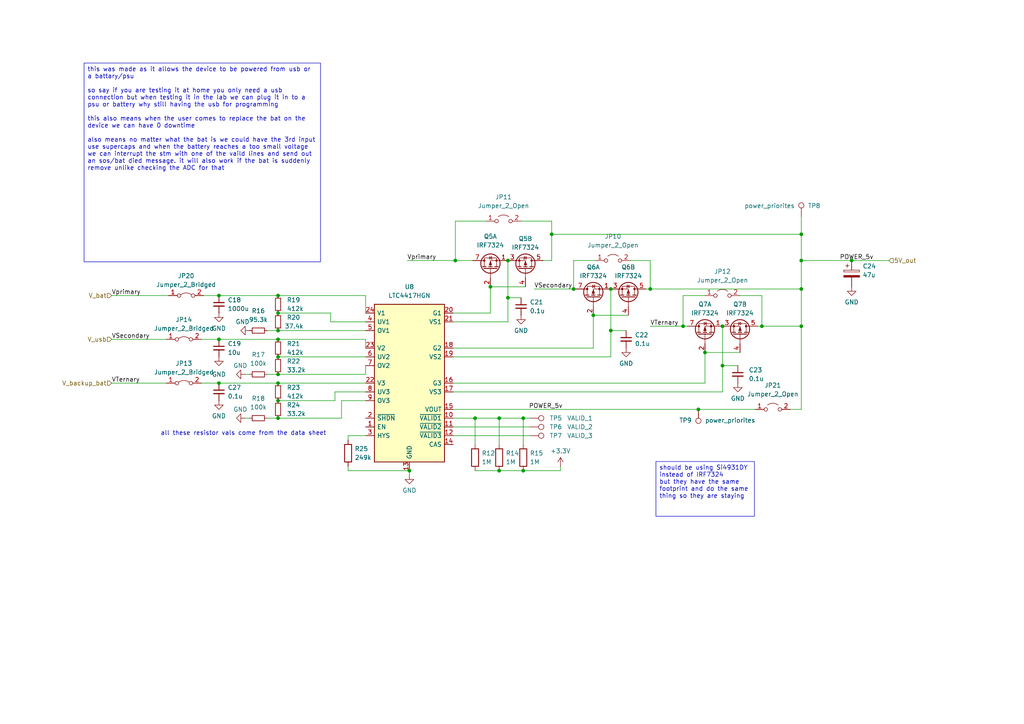
<source format=kicad_sch>
(kicad_sch (version 20231120) (generator "eeschema") (generator_version "8.0")
  (paper "A4")
  (lib_symbols
    (symbol "Connector:TestPoint" (pin_numbers hide) (pin_names (offset 0.762) hide)
      (property "Reference" "TP" (at 0 6.858 0))
      (property "Value" "TestPoint" (at 0 5.08 0))
      (symbol "TestPoint_0_1"
        (circle (center 0 3.302) (radius 0.762))
      )
      (symbol "TestPoint_1_1"
        (pin passive line (at 0 0 90) (length 2.54) (name "1") (number "1"))
      )
    )
    (symbol "Device:C_Polarized" (pin_numbers hide) (pin_names (offset 0.254))
      (property "Reference" "C" (at 0.635 2.54 0))
      (property "Value" "C_Polarized" (at 0.635 -2.54 0))
      (symbol "C_Polarized_0_1"
        (rectangle (start -2.286 0.508) (end 2.286 1.016))
        (polyline (pts (xy -1.778 2.286) (xy -0.762 2.286)))
        (polyline (pts (xy -1.27 2.794) (xy -1.27 1.778)))
        (rectangle (start 2.286 -0.508) (end -2.286 -1.016) (fill (type outline)))
      )
      (symbol "C_Polarized_1_1"
        (pin passive line (at 0 3.81 270) (length 2.794) (name "~") (number "1"))
        (pin passive line (at 0 -3.81 90) (length 2.794) (name "~") (number "2"))
      )
    )
    (symbol "Device:C_Small" (pin_numbers hide) (pin_names (offset 0.254) hide)
      (property "Reference" "C" (at 0.254 1.778 0))
      (property "Value" "C_Small" (at 0.254 -2.032 0))
      (symbol "C_Small_0_1"
        (polyline (pts (xy -1.524 -0.508) (xy 1.524 -0.508)) (stroke (width 0.3302)))
        (polyline (pts (xy -1.524 0.508) (xy 1.524 0.508)) (stroke (width 0.3048)))
      )
      (symbol "C_Small_1_1"
        (pin passive line (at 0 2.54 270) (length 2.032) (name "~") (number "1"))
        (pin passive line (at 0 -2.54 90) (length 2.032) (name "~") (number "2"))
      )
    )
    (symbol "Device:R" (pin_numbers hide) (pin_names (offset 0))
      (property "Reference" "R" (at 2.032 0 90))
      (property "Value" "R" (at 0 0 90))
      (symbol "R_0_1"
        (rectangle (start -1.016 -2.54) (end 1.016 2.54) (stroke (width 0.254)))
      )
      (symbol "R_1_1"
        (pin passive line (at 0 3.81 270) (length 1.27) (name "~") (number "1"))
        (pin passive line (at 0 -3.81 90) (length 1.27) (name "~") (number "2"))
      )
    )
    (symbol "Device:R_Small" (pin_numbers hide) (pin_names (offset 0.254) hide)
      (property "Reference" "R" (at 0.762 0.508 0))
      (property "Value" "R_Small" (at 0.762 -1.016 0))
      (symbol "R_Small_0_1"
        (rectangle (start -0.762 1.778) (end 0.762 -1.778) (stroke (width 0.2032)))
      )
      (symbol "R_Small_1_1"
        (pin passive line (at 0 2.54 270) (length 0.762) (name "~") (number "1"))
        (pin passive line (at 0 -2.54 90) (length 0.762) (name "~") (number "2"))
      )
    )
    (symbol "GND_1" (power) (pin_numbers hide) (pin_names (offset 0) hide)
      (property "Value" "GND" (at 0 -3.81 0))
      (symbol "GND_1_0_1"
        (polyline (pts (xy 0 0) (xy 0 -1.27) (xy 1.27 -1.27) (xy 0 -2.54) (xy -1.27 -1.27) (xy 0 -1.27)))
      )
      (symbol "GND_1_1_1"
        (pin power_in line (at 0 0 270) (length 0) (name "~") (number "1"))
      )
    )
    (symbol "GND_3" (power) (pin_numbers hide) (pin_names (offset 0) hide)
      (property "Value" "GND" (at 0 -3.81 0))
      (symbol "GND_3_0_1"
        (polyline (pts (xy 0 0) (xy 0 -1.27) (xy 1.27 -1.27) (xy 0 -2.54) (xy -1.27 -1.27) (xy 0 -1.27)))
      )
      (symbol "GND_3_1_1"
        (pin power_in line (at 0 0 270) (length 0) (name "~") (number "1"))
      )
    )
    (symbol "Jumper:Jumper_2_Bridged" (pin_names (offset 0) hide)
      (property "Reference" "JP" (at 0 1.905 0))
      (property "Value" "Jumper_2_Bridged" (at 0 -2.54 0))
      (symbol "Jumper_2_Bridged_0_0"
        (circle (center -2.032 0) (radius 0.508))
        (circle (center 2.032 0) (radius 0.508))
      )
      (symbol "Jumper_2_Bridged_0_1"
        (arc (start 1.524 0.254) (mid 0 0.762) (end -1.524 0.254))
      )
      (symbol "Jumper_2_Bridged_1_1"
        (pin passive line (at -5.08 0 0) (length 2.54) (name "A") (number "1"))
        (pin passive line (at 5.08 0 180) (length 2.54) (name "B") (number "2"))
      )
    )
    (symbol "Jumper:Jumper_2_Open" (pin_names (offset 0) hide)
      (property "Reference" "JP" (at 0 2.794 0))
      (property "Value" "Jumper_2_Open" (at 0 -2.286 0))
      (symbol "Jumper_2_Open_0_0"
        (circle (center -2.032 0) (radius 0.508))
        (circle (center 2.032 0) (radius 0.508))
      )
      (symbol "Jumper_2_Open_0_1"
        (arc (start 1.524 1.27) (mid 0 1.778) (end -1.524 1.27))
      )
      (symbol "Jumper_2_Open_1_1"
        (pin passive line (at -5.08 0 0) (length 2.54) (name "A") (number "1"))
        (pin passive line (at 5.08 0 180) (length 2.54) (name "B") (number "2"))
      )
    )
    (symbol "Power_Management:LTC4417HGN" (pin_names (offset 0.762))
      (property "Reference" "U" (at 0 26.035 0))
      (property "Value" "LTC4417HGN" (at 0 24.13 0))
      (symbol "LTC4417HGN_0_1"
        (rectangle (start -10.16 22.86) (end 10.16 -22.86) (stroke (width 0.254)) (fill (type background)))
      )
      (symbol "LTC4417HGN_1_1"
        (pin input line (at -12.7 -12.7 0) (length 2.54) (name "EN") (number "1"))
        (pin open_collector line (at 12.7 -10.16 180) (length 2.54) (name "~{VALID1}") (number "10"))
        (pin open_collector line (at 12.7 -12.7 180) (length 2.54) (name "~{VALID2}") (number "11"))
        (pin open_collector line (at 12.7 -15.24 180) (length 2.54) (name "~{VALID3}") (number "12"))
        (pin power_in line (at 0 -25.4 90) (length 2.54) (name "GND") (number "13"))
        (pin output line (at 12.7 -17.78 180) (length 2.54) (name "CAS") (number "14"))
        (pin output line (at 12.7 -7.62 180) (length 2.54) (name "VOUT") (number "15"))
        (pin output line (at 12.7 0 180) (length 2.54) (name "G3") (number "16"))
        (pin output line (at 12.7 -2.54 180) (length 2.54) (name "VS3") (number "17"))
        (pin output line (at 12.7 10.16 180) (length 2.54) (name "G2") (number "18"))
        (pin output line (at 12.7 7.62 180) (length 2.54) (name "VS2") (number "19"))
        (pin input line (at -12.7 -10.16 0) (length 2.54) (name "~{SHDN}") (number "2"))
        (pin output line (at 12.7 20.32 180) (length 2.54) (name "G1") (number "20"))
        (pin output line (at 12.7 17.78 180) (length 2.54) (name "VS1") (number "21"))
        (pin input line (at -12.7 0 0) (length 2.54) (name "V3") (number "22"))
        (pin input line (at -12.7 10.16 0) (length 2.54) (name "V2") (number "23"))
        (pin input line (at -12.7 20.32 0) (length 2.54) (name "V1") (number "24"))
        (pin input line (at -12.7 -15.24 0) (length 2.54) (name "HYS") (number "3"))
        (pin input line (at -12.7 17.78 0) (length 2.54) (name "UV1") (number "4"))
        (pin input line (at -12.7 15.24 0) (length 2.54) (name "OV1") (number "5"))
        (pin input line (at -12.7 7.62 0) (length 2.54) (name "UV2") (number "6"))
        (pin input line (at -12.7 5.08 0) (length 2.54) (name "OV2") (number "7"))
        (pin input line (at -12.7 -2.54 0) (length 2.54) (name "UV3") (number "8"))
        (pin input line (at -12.7 -5.08 0) (length 2.54) (name "OV3") (number "9"))
      )
    )
    (symbol "Transistor_FET:IRF7324" (pin_names hide)
      (property "Reference" "Q" (at 5.08 1.905 0))
      (property "Value" "IRF7324" (at 5.08 0 0))
      (symbol "IRF7324_0_1"
        (polyline (pts (xy 0.254 0) (xy -2.54 0)))
        (polyline (pts (xy 0.254 1.905) (xy 0.254 -1.905)) (stroke (width 0.254)))
        (polyline (pts (xy 0.762 -1.27) (xy 0.762 -2.286)) (stroke (width 0.254)))
        (polyline (pts (xy 0.762 0.508) (xy 0.762 -0.508)) (stroke (width 0.254)))
        (polyline (pts (xy 0.762 2.286) (xy 0.762 1.27)) (stroke (width 0.254)))
        (polyline (pts (xy 2.54 2.54) (xy 2.54 1.778)))
        (polyline (pts (xy 2.54 -2.54) (xy 2.54 0) (xy 0.762 0)))
        (polyline (pts (xy 0.762 1.778) (xy 3.302 1.778) (xy 3.302 -1.778) (xy 0.762 -1.778)))
        (polyline (pts (xy 2.286 0) (xy 1.27 0.381) (xy 1.27 -0.381) (xy 2.286 0)) (fill (type outline)))
        (polyline (pts (xy 2.794 -0.508) (xy 2.921 -0.381) (xy 3.683 -0.381) (xy 3.81 -0.254)))
        (polyline (pts (xy 3.302 -0.381) (xy 2.921 0.254) (xy 3.683 0.254) (xy 3.302 -0.381)))
        (circle (center 1.651 0) (radius 2.794) (stroke (width 0.254)))
        (circle (center 2.54 -1.778) (radius 0.254) (fill (type outline)))
        (circle (center 2.54 1.778) (radius 0.254) (fill (type outline)))
      )
      (symbol "IRF7324_1_1"
        (pin passive line (at 2.54 -5.08 90) (length 2.54) (name "S1") (number "1"))
        (pin input line (at -5.08 0 0) (length 2.54) (name "G1") (number "2"))
        (pin passive line (at 2.54 5.08 270) (length 2.54) (name "D1") (number "7"))
        (pin passive line (at 2.54 5.08 270) (length 2.54) hide (name "D1") (number "8"))
      )
      (symbol "IRF7324_2_1"
        (pin passive line (at 2.54 -5.08 90) (length 2.54) (name "S2") (number "3"))
        (pin input line (at -5.08 0 0) (length 2.54) (name "G2") (number "4"))
        (pin passive line (at 2.54 5.08 270) (length 2.54) (name "D2") (number "5"))
        (pin passive line (at 2.54 5.08 270) (length 2.54) hide (name "D2") (number "6"))
      )
    )
    (symbol "power:+3.3V" (power) (pin_numbers hide) (pin_names (offset 0) hide)
      (property "Value" "+3.3V" (at 0 3.556 0))
      (symbol "+3.3V_0_1"
        (polyline (pts (xy -0.762 1.27) (xy 0 2.54)))
        (polyline (pts (xy 0 0) (xy 0 2.54)))
        (polyline (pts (xy 0 2.54) (xy 0.762 1.27)))
      )
      (symbol "+3.3V_1_1"
        (pin power_in line (at 0 0 90) (length 0) (name "~") (number "1"))
      )
    )
  )
  (junction (at 80.645 98.425))
  (junction (at 147.32 86.36))
  (junction (at 160.02 67.945))
  (junction (at 232.41 75.565))
  (junction (at 232.41 83.82))
  (junction (at 177.165 83.82))
  (junction (at 63.5 111.125))
  (junction (at 80.645 121.285))
  (junction (at 151.765 121.285))
  (junction (at 177.165 95.885))
  (junction (at 232.41 67.945))
  (junction (at 172.085 91.44))
  (junction (at 80.645 95.885))
  (junction (at 151.765 136.525))
  (junction (at 80.645 111.125))
  (junction (at 209.55 94.615))
  (junction (at 247.015 75.565))
  (junction (at 118.745 136.525))
  (junction (at 144.78 136.525))
  (junction (at 80.645 116.205))
  (junction (at 144.78 121.285))
  (junction (at 80.645 108.585))
  (junction (at 202.565 118.745))
  (junction (at 80.645 103.505))
  (junction (at 198.12 94.615))
  (junction (at 204.47 102.235))
  (junction (at 188.595 83.82))
  (junction (at 232.41 94.615))
  (junction (at 137.795 121.285))
  (junction (at 209.55 106.045))
  (junction (at 132.08 75.565))
  (junction (at 63.5 98.425))
  (junction (at 220.98 94.615))
  (junction (at 142.24 83.185))
  (junction (at 63.5 85.725))
  (junction (at 147.32 75.565))
  (junction (at 80.645 90.805))
  (junction (at 80.645 85.725))
  (junction (at 166.37 83.82))
  (wire (pts (xy 177.165 95.885) (xy 181.61 95.885)))
  (wire (pts (xy 97.155 113.665) (xy 106.045 113.665)))
  (wire (pts (xy 95.885 93.345) (xy 106.045 93.345)))
  (wire (pts (xy 198.12 94.615) (xy 199.39 94.615)))
  (wire (pts (xy 188.595 75.565) (xy 188.595 83.82)))
  (wire (pts (xy 131.445 126.365) (xy 153.67 126.365)))
  (wire (pts (xy 188.595 94.615) (xy 198.12 94.615)))
  (wire (pts (xy 32.385 111.125) (xy 48.26 111.125)))
  (wire (pts (xy 80.645 108.585) (xy 106.045 108.585)))
  (wire (pts (xy 131.445 121.285) (xy 137.795 121.285)))
  (wire (pts (xy 132.08 75.565) (xy 132.08 64.135)))
  (wire (pts (xy 97.155 116.205) (xy 97.155 113.665)))
  (wire (pts (xy 77.47 95.885) (xy 80.645 95.885)))
  (wire (pts (xy 106.045 106.045) (xy 106.045 108.585)))
  (wire (pts (xy 131.445 118.745) (xy 202.565 118.745)))
  (wire (pts (xy 182.245 91.44) (xy 172.085 91.44)))
  (wire (pts (xy 58.42 98.425) (xy 63.5 98.425)))
  (wire (pts (xy 188.595 83.82) (xy 232.41 83.82)))
  (wire (pts (xy 63.5 85.725) (xy 80.645 85.725)))
  (wire (pts (xy 232.41 67.945) (xy 232.41 75.565)))
  (wire (pts (xy 147.32 86.36) (xy 147.32 75.565)))
  (wire (pts (xy 202.565 118.745) (xy 219.075 118.745)))
  (wire (pts (xy 63.5 111.125) (xy 80.645 111.125)))
  (wire (pts (xy 151.765 136.525) (xy 162.56 136.525)))
  (wire (pts (xy 144.78 136.525) (xy 151.765 136.525)))
  (wire (pts (xy 131.445 93.345) (xy 147.32 93.345)))
  (wire (pts (xy 198.12 85.725) (xy 204.47 85.725)))
  (wire (pts (xy 144.78 121.285) (xy 151.765 121.285)))
  (wire (pts (xy 232.41 83.82) (xy 232.41 94.615)))
  (wire (pts (xy 118.745 137.795) (xy 118.745 136.525)))
  (wire (pts (xy 80.645 90.805) (xy 95.885 90.805)))
  (wire (pts (xy 144.78 121.285) (xy 144.78 128.905)))
  (wire (pts (xy 166.37 75.565) (xy 172.72 75.565)))
  (wire (pts (xy 157.48 75.565) (xy 160.02 75.565)))
  (wire (pts (xy 99.06 116.205) (xy 106.045 116.205)))
  (wire (pts (xy 80.645 111.125) (xy 106.045 111.125)))
  (wire (pts (xy 220.98 85.725) (xy 220.98 94.615)))
  (wire (pts (xy 80.645 85.725) (xy 106.045 85.725)))
  (wire (pts (xy 80.645 121.285) (xy 99.06 121.285)))
  (wire (pts (xy 209.55 113.665) (xy 209.55 106.045)))
  (wire (pts (xy 80.645 95.885) (xy 106.045 95.885)))
  (wire (pts (xy 204.47 111.125) (xy 131.445 111.125)))
  (wire (pts (xy 214.63 85.725) (xy 220.98 85.725)))
  (wire (pts (xy 95.885 90.805) (xy 95.885 93.345)))
  (wire (pts (xy 204.47 102.235) (xy 214.63 102.235)))
  (wire (pts (xy 131.445 113.665) (xy 209.55 113.665)))
  (wire (pts (xy 77.47 121.285) (xy 80.645 121.285)))
  (wire (pts (xy 232.41 75.565) (xy 232.41 83.82)))
  (wire (pts (xy 209.55 106.045) (xy 209.55 94.615)))
  (wire (pts (xy 32.385 98.425) (xy 48.26 98.425)))
  (wire (pts (xy 100.965 136.525) (xy 118.745 136.525)))
  (wire (pts (xy 204.47 102.235) (xy 204.47 111.125)))
  (wire (pts (xy 142.24 90.805) (xy 142.24 83.185)))
  (wire (pts (xy 187.325 83.82) (xy 188.595 83.82)))
  (wire (pts (xy 72.39 121.285) (xy 71.12 121.285)))
  (wire (pts (xy 100.965 126.365) (xy 100.965 127.635)))
  (wire (pts (xy 32.385 85.725) (xy 48.895 85.725)))
  (wire (pts (xy 166.37 83.82) (xy 167.005 83.82)))
  (wire (pts (xy 147.32 93.345) (xy 147.32 86.36)))
  (wire (pts (xy 151.13 64.135) (xy 160.02 64.135)))
  (wire (pts (xy 177.165 95.885) (xy 177.165 103.505)))
  (wire (pts (xy 177.165 103.505) (xy 131.445 103.505)))
  (wire (pts (xy 132.08 75.565) (xy 137.16 75.565)))
  (wire (pts (xy 59.055 85.725) (xy 63.5 85.725)))
  (wire (pts (xy 72.39 108.585) (xy 71.12 108.585)))
  (wire (pts (xy 118.11 75.565) (xy 132.08 75.565)))
  (wire (pts (xy 77.47 108.585) (xy 80.645 108.585)))
  (wire (pts (xy 219.71 94.615) (xy 220.98 94.615)))
  (wire (pts (xy 63.5 98.425) (xy 80.645 98.425)))
  (wire (pts (xy 137.795 121.285) (xy 137.795 128.905)))
  (wire (pts (xy 131.445 123.825) (xy 153.67 123.825)))
  (wire (pts (xy 151.765 121.285) (xy 153.67 121.285)))
  (wire (pts (xy 147.32 86.36) (xy 151.13 86.36)))
  (wire (pts (xy 160.02 67.945) (xy 232.41 67.945)))
  (wire (pts (xy 99.06 121.285) (xy 99.06 116.205)))
  (wire (pts (xy 172.085 91.44) (xy 172.085 100.965)))
  (wire (pts (xy 232.41 75.565) (xy 247.015 75.565)))
  (wire (pts (xy 154.94 83.82) (xy 166.37 83.82)))
  (wire (pts (xy 232.41 94.615) (xy 232.41 118.745)))
  (wire (pts (xy 142.24 83.185) (xy 152.4 83.185)))
  (wire (pts (xy 232.41 62.865) (xy 232.41 67.945)))
  (wire (pts (xy 177.165 83.82) (xy 177.165 95.885)))
  (wire (pts (xy 220.98 94.615) (xy 232.41 94.615)))
  (wire (pts (xy 106.045 126.365) (xy 100.965 126.365)))
  (wire (pts (xy 209.55 106.045) (xy 213.995 106.045)))
  (wire (pts (xy 198.12 94.615) (xy 198.12 85.725)))
  (wire (pts (xy 106.045 85.725) (xy 106.045 90.805)))
  (wire (pts (xy 159.385 67.945) (xy 160.02 67.945)))
  (wire (pts (xy 247.015 75.565) (xy 257.81 75.565)))
  (wire (pts (xy 131.445 90.805) (xy 142.24 90.805)))
  (wire (pts (xy 132.08 64.135) (xy 140.97 64.135)))
  (wire (pts (xy 182.88 75.565) (xy 188.595 75.565)))
  (wire (pts (xy 80.645 103.505) (xy 106.045 103.505)))
  (wire (pts (xy 229.235 118.745) (xy 232.41 118.745)))
  (wire (pts (xy 131.445 100.965) (xy 172.085 100.965)))
  (wire (pts (xy 58.42 111.125) (xy 63.5 111.125)))
  (wire (pts (xy 151.765 121.285) (xy 151.765 128.905)))
  (wire (pts (xy 137.795 136.525) (xy 144.78 136.525)))
  (wire (pts (xy 137.795 121.285) (xy 144.78 121.285)))
  (wire (pts (xy 80.645 116.205) (xy 97.155 116.205)))
  (wire (pts (xy 160.02 67.945) (xy 160.02 75.565)))
  (wire (pts (xy 100.965 135.255) (xy 100.965 136.525)))
  (wire (pts (xy 160.02 64.135) (xy 160.02 67.945)))
  (wire (pts (xy 106.045 98.425) (xy 106.045 100.965)))
  (wire (pts (xy 80.645 98.425) (xy 106.045 98.425)))
  (wire (pts (xy 166.37 83.82) (xy 166.37 75.565)))
  (wire (pts (xy 162.56 136.525) (xy 162.56 135.255)))
  (text_box "should be using Si4931DY instead of IRF7324\nbut they have the same footprint and do the same thing so they are staying\n" (at 190.246 133.858 0) (size 28.575 15.875) (effects (font (size 1.27 1.27)) (justify left top)))
  (text_box "this was made as it allows the device to be powered from usb or a battary/psu \n\nso say if you are testing it at home you only need a usb connection but when testing it in the lab we can plug it in to a psu or battery why still having the usb for programming\n\nthis also means when the user comes to replace the bat on the device we can have 0 downtime\n\nalso means no matter what the bat is we could have the 3rd input use supercaps and when the battery reaches a too small voltage we can interrupt the stm with one of the vaild lines and send out an sos/bat died message. it will also work if the bat is suddenly remove unlike checking the ADC for that\n" (at 24.384 18.288 0) (size 68.58 57.658) (effects (font (size 1.27 1.27)) (justify left top)))
  (text "all these resistor vals come from the data sheet\n" (at 70.612 125.73 0) (effects (font (size 1.27 1.27))))
  (label "VSecondary" (at 154.94 83.82 0))
  (label "POWER_5v" (at 163.195 118.745 180))
  (label "Vprimary" (at 32.385 85.725 0))
  (label "VTernary" (at 32.385 111.125 0))
  (label "VTernary" (at 188.595 94.615 0))
  (label "POWER_5v" (at 253.365 75.565 180))
  (label "Vprimary" (at 118.11 75.565 0))
  (label "VSecondary" (at 32.385 98.425 0))
  (hierarchical_label "V_backup_bat" (shape input) (at 32.385 111.125 180))
  (hierarchical_label "V_bat" (shape input) (at 32.385 85.725 180))
  (hierarchical_label "5V_out" (shape input) (at 257.81 75.565 0))
  (hierarchical_label "V_usb" (shape input) (at 32.385 98.425 180))
  (symbol (lib_name "GND_3") (lib_id "power:GND") (at 71.12 108.585 270) (unit 1)
    (property "Reference" "#PWR017" (effects (hide yes)))
    (property "Value" "GND" (at 71.755 106.045 90) (effects (justify right)))
    (property "Description" "Power symbol creates a global label with name \"GND\" , ground" (effects (hide yes)))
  )
  (symbol (lib_id "Device:R") (at 144.78 132.715 0) (unit 1)
    (property "Reference" "R14" (at 146.685 131.4449 0) (effects (justify left)))
    (property "Value" "1M" (at 146.685 133.9849 0) (effects (justify left)))
    (property "Footprint" "Resistor_SMD:R_0805_2012Metric" (effects (hide yes)))
    (property "Description" "Resistor" (effects (hide yes)))
  )
  (symbol (lib_name "GND_3") (lib_id "power:GND") (at 71.12 121.285 270) (unit 1)
    (property "Reference" "#PWR018" (effects (hide yes)))
    (property "Value" "GND" (at 71.755 118.745 90) (effects (justify right)))
    (property "Description" "Power symbol creates a global label with name \"GND\" , ground" (effects (hide yes)))
  )
  (symbol (lib_id "Device:R_Small") (at 80.645 106.045 0) (unit 1)
    (property "Reference" "R22" (at 83.185 104.7749 0) (effects (justify left)))
    (property "Value" "33.2k" (at 83.185 107.3149 0) (effects (justify left)))
    (property "Footprint" "Resistor_SMD:R_0805_2012Metric" (effects (hide yes)))
    (property "Description" "Resistor, small symbol" (effects (hide yes)))
  )
  (symbol (lib_name "GND_1") (lib_id "power:GND") (at 247.015 83.185 0) (unit 1)
    (property "Reference" "#PWR0102" (effects (hide yes)))
    (property "Value" "GND" (at 247.015 87.63 0))
    (property "Description" "Power symbol creates a global label with name \"GND\" , ground" (effects (hide yes)))
  )
  (symbol (lib_id "Transistor_FET:IRF7324") (at 182.245 86.36 270) (mirror x) (unit 2)
    (property "Reference" "Q6" (at 182.245 77.47 90))
    (property "Value" "IRF7324" (at 182.245 80.01 90))
    (property "Footprint" "Package_SO:SOIC-8_3.9x4.9mm_P1.27mm" (effects (hide yes)))
    (property "Datasheet" "http://www.infineon.com/dgdl/irf7324pbf.pdf?fileId=5546d462533600a4015355f5f0861b4b" (effects (hide yes)))
    (property "Description" "-9A Id, -20V Vds, Dual HEXFET P-Channel MOSFET, SO-8" (effects (hide yes)))
  )
  (symbol (lib_id "Device:R_Small") (at 80.645 100.965 0) (unit 1)
    (property "Reference" "R21" (at 83.185 99.6949 0) (effects (justify left)))
    (property "Value" "412k" (at 83.185 102.2349 0) (effects (justify left)))
    (property "Footprint" "Resistor_SMD:R_0805_2012Metric" (effects (hide yes)))
    (property "Description" "Resistor, small symbol" (effects (hide yes)))
  )
  (symbol (lib_name "GND_1") (lib_id "power:GND") (at 118.745 137.795 0) (unit 1)
    (property "Reference" "#PWR097" (effects (hide yes)))
    (property "Value" "GND" (at 118.745 142.24 0))
    (property "Description" "Power symbol creates a global label with name \"GND\" , ground" (effects (hide yes)))
  )
  (symbol (lib_id "Device:C_Polarized") (at 247.015 79.375 0) (unit 1)
    (property "Reference" "C24" (at 250.19 77.2159 0) (effects (justify left)))
    (property "Value" "47u" (at 250.19 79.7559 0) (effects (justify left)))
    (property "Footprint" "Capacitor_SMD:C_0805_2012Metric" (effects (hide yes)))
    (property "Description" "Polarized capacitor" (effects (hide yes)))
  )
  (symbol (lib_name "GND_3") (lib_id "power:GND") (at 63.5 103.505 0) (unit 1)
    (property "Reference" "#PWR0105" (effects (hide yes)))
    (property "Value" "GND" (at 63.5 108.585 0))
    (property "Description" "Power symbol creates a global label with name \"GND\" , ground" (effects (hide yes)))
  )
  (symbol (lib_id "Connector:TestPoint") (at 153.67 123.825 270) (unit 1)
    (property "Reference" "TP6" (at 159.385 123.825 90) (effects (justify left)))
    (property "Value" "VALID_2" (at 164.465 123.825 90) (effects (justify left)))
    (property "Footprint" "TerminalBlock:TerminalBlock_Altech_AK300-2_P5.00mm" (effects (hide yes)))
    (property "Description" "test point" (effects (hide yes)))
  )
  (symbol (lib_id "Device:R_Small") (at 80.645 113.665 0) (unit 1)
    (property "Reference" "R23" (at 83.185 112.3949 0) (effects (justify left)))
    (property "Value" "412k" (at 83.185 114.9349 0) (effects (justify left)))
    (property "Footprint" "Resistor_SMD:R_0805_2012Metric" (effects (hide yes)))
    (property "Description" "Resistor, small symbol" (effects (hide yes)))
  )
  (symbol (lib_id "Connector:TestPoint") (at 202.565 118.745 180) (unit 1)
    (property "Reference" "TP9" (at 200.66 121.92 0) (effects (justify left)))
    (property "Value" "power_priorites" (at 219.075 121.92 0) (effects (justify left)))
    (property "Footprint" "TerminalBlock:TerminalBlock_Altech_AK300-2_P5.00mm" (effects (hide yes)))
    (property "Description" "test point" (effects (hide yes)))
  )
  (symbol (lib_id "Device:R_Small") (at 74.93 108.585 270) (unit 1)
    (property "Reference" "R17" (at 74.93 102.87 90))
    (property "Value" "100k" (at 74.93 105.41 90))
    (property "Footprint" "Resistor_SMD:R_0805_2012Metric" (effects (hide yes)))
    (property "Description" "Resistor, small symbol" (effects (hide yes)))
  )
  (symbol (lib_id "Device:R_Small") (at 80.645 118.745 0) (unit 1)
    (property "Reference" "R24" (at 83.185 117.4749 0) (effects (justify left)))
    (property "Value" "33.2k" (at 83.185 120.0149 0) (effects (justify left)))
    (property "Footprint" "Resistor_SMD:R_0805_2012Metric" (effects (hide yes)))
    (property "Description" "Resistor, small symbol" (effects (hide yes)))
  )
  (symbol (lib_id "Device:R") (at 137.795 132.715 0) (unit 1)
    (property "Reference" "R12" (at 139.7 131.4449 0) (effects (justify left)))
    (property "Value" "1M" (at 139.7 133.9849 0) (effects (justify left)))
    (property "Footprint" "Resistor_SMD:R_0805_2012Metric" (effects (hide yes)))
    (property "Description" "Resistor" (effects (hide yes)))
  )
  (symbol (lib_id "Device:C_Small") (at 63.5 88.265 0) (unit 1)
    (property "Reference" "C18" (at 66.04 87.0012 0) (effects (justify left)))
    (property "Value" "1000u" (at 66.04 89.5412 0) (effects (justify left)))
    (property "Footprint" "Capacitor_SMD:C_0805_2012Metric" (effects (hide yes)))
    (property "Description" "Unpolarized capacitor, small symbol" (effects (hide yes)))
  )
  (symbol (lib_id "Device:R") (at 100.965 131.445 0) (unit 1)
    (property "Reference" "R25" (at 102.87 130.1749 0) (effects (justify left)))
    (property "Value" "249k" (at 102.87 132.7149 0) (effects (justify left)))
    (property "Footprint" "Resistor_SMD:R_0805_2012Metric" (effects (hide yes)))
    (property "Description" "Resistor" (effects (hide yes)))
  )
  (symbol (lib_id "Device:R_Small") (at 80.645 88.265 0) (unit 1)
    (property "Reference" "R19" (at 83.185 86.9949 0) (effects (justify left)))
    (property "Value" "412k" (at 83.185 89.5349 0) (effects (justify left)))
    (property "Footprint" "Resistor_SMD:R_0805_2012Metric" (effects (hide yes)))
    (property "Description" "Resistor, small symbol" (effects (hide yes)))
  )
  (symbol (lib_id "Jumper:Jumper_2_Bridged") (at 53.34 111.125 0) (unit 1)
    (property "Reference" "JP13" (at 53.34 105.41 0))
    (property "Value" "Jumper_2_Bridged" (at 53.34 107.95 0))
    (property "Description" "Jumper, 2-pole, closed/bridged" (effects (hide yes)))
  )
  (symbol (lib_id "Device:C_Small") (at 181.61 98.425 0) (unit 1)
    (property "Reference" "C22" (at 184.15 97.1612 0) (effects (justify left)))
    (property "Value" "0.1u" (at 184.15 99.7012 0) (effects (justify left)))
    (property "Footprint" "Capacitor_SMD:C_0805_2012Metric" (effects (hide yes)))
    (property "Description" "Unpolarized capacitor, small symbol" (effects (hide yes)))
  )
  (symbol (lib_id "Jumper:Jumper_2_Bridged") (at 53.975 85.725 0) (unit 1)
    (property "Reference" "JP20" (at 53.975 80.01 0))
    (property "Value" "Jumper_2_Bridged" (at 53.975 82.55 0))
    (property "Description" "Jumper, 2-pole, closed/bridged" (effects (hide yes)))
  )
  (symbol (lib_id "Device:R_Small") (at 80.645 93.345 0) (unit 1)
    (property "Reference" "R20" (at 83.185 92.0749 0) (effects (justify left)))
    (property "Value" "37.4k" (at 82.55 94.615 0) (effects (justify left)))
    (property "Footprint" "Resistor_SMD:R_0805_2012Metric" (effects (hide yes)))
    (property "Description" "Resistor, small symbol" (effects (hide yes)))
  )
  (symbol (lib_id "Device:C_Small") (at 151.13 88.9 0) (unit 1)
    (property "Reference" "C21" (at 153.67 87.6362 0) (effects (justify left)))
    (property "Value" "0.1u" (at 153.67 90.1762 0) (effects (justify left)))
    (property "Footprint" "Capacitor_SMD:C_0805_2012Metric" (effects (hide yes)))
    (property "Description" "Unpolarized capacitor, small symbol" (effects (hide yes)))
  )
  (symbol (lib_name "GND_3") (lib_id "power:GND") (at 72.39 95.885 270) (unit 1)
    (property "Reference" "#PWR096" (effects (hide yes)))
    (property "Value" "GND" (at 72.39 93.345 90) (effects (justify right)))
    (property "Description" "Power symbol creates a global label with name \"GND\" , ground" (effects (hide yes)))
  )
  (symbol (lib_id "Jumper:Jumper_2_Open") (at 146.05 64.135 0) (unit 1)
    (property "Reference" "JP11" (at 146.05 57.15 0))
    (property "Value" "Jumper_2_Open" (at 146.05 59.69 0))
    (property "Description" "Jumper, 2-pole, open" (effects (hide yes)))
  )
  (symbol (lib_id "Jumper:Jumper_2_Open") (at 177.8 75.565 0) (unit 1)
    (property "Reference" "JP10" (at 177.8 68.58 0))
    (property "Value" "Jumper_2_Open" (at 177.8 71.12 0))
    (property "Description" "Jumper, 2-pole, open" (effects (hide yes)))
  )
  (symbol (lib_id "Power_Management:LTC4417HGN") (at 118.745 111.125 0) (unit 1)
    (property "Reference" "U8" (at 118.745 83.185 0))
    (property "Value" "LTC4417HGN" (at 118.745 85.725 0))
    (property "Footprint" "Package_SO:SSOP-24_3.9x8.7mm_P0.635mm" (effects (hide yes)))
    (property "Datasheet" "https://www.analog.com/media/en/technical-documentation/data-sheets/4417f.pdf" (effects (hide yes)))
    (property "Description" "Prioritized PowerPath Controller, Selects Highest Priority Supply from Three Inputs, –40°C to 125°C, SSOP" (effects (hide yes)))
  )
  (symbol (lib_id "Jumper:Jumper_2_Open") (at 224.155 118.745 0) (unit 1)
    (property "Reference" "JP21" (at 224.155 111.76 0))
    (property "Value" "Jumper_2_Open" (at 224.155 114.3 0))
    (property "Description" "Jumper, 2-pole, open" (effects (hide yes)))
  )
  (symbol (lib_id "Transistor_FET:IRF7324") (at 204.47 97.155 90) (unit 1)
    (property "Reference" "Q7" (at 204.47 88.265 90))
    (property "Value" "IRF7324" (at 204.47 90.805 90))
    (property "Footprint" "Package_SO:SOIC-8_3.9x4.9mm_P1.27mm" (effects (hide yes)))
    (property "Datasheet" "http://www.infineon.com/dgdl/irf7324pbf.pdf?fileId=5546d462533600a4015355f5f0861b4b" (effects (hide yes)))
    (property "Description" "-9A Id, -20V Vds, Dual HEXFET P-Channel MOSFET, SO-8" (effects (hide yes)))
  )
  (symbol (lib_id "Connector:TestPoint") (at 153.67 121.285 270) (unit 1)
    (property "Reference" "TP5" (at 159.385 121.285 90) (effects (justify left)))
    (property "Value" "VALID_1" (at 164.465 121.285 90) (effects (justify left)))
    (property "Footprint" "TerminalBlock:TerminalBlock_Altech_AK300-2_P5.00mm" (effects (hide yes)))
    (property "Description" "test point" (effects (hide yes)))
  )
  (symbol (lib_id "Connector:TestPoint") (at 232.41 62.865 0) (unit 1)
    (property "Reference" "TP8" (at 234.315 59.69 0) (effects (justify left)))
    (property "Value" "power_priorites" (at 215.9 59.69 0) (effects (justify left)))
    (property "Footprint" "TerminalBlock:TerminalBlock_Altech_AK300-2_P5.00mm" (effects (hide yes)))
    (property "Description" "test point" (effects (hide yes)))
  )
  (symbol (lib_name "GND_1") (lib_id "power:GND") (at 151.13 91.44 0) (unit 1)
    (property "Reference" "#PWR098" (effects (hide yes)))
    (property "Value" "GND" (at 151.13 95.885 0))
    (property "Description" "Power symbol creates a global label with name \"GND\" , ground" (effects (hide yes)))
  )
  (symbol (lib_name "GND_3") (lib_id "power:GND") (at 63.5 116.205 0) (unit 1)
    (property "Reference" "#PWR0109" (effects (hide yes)))
    (property "Value" "GND" (at 63.5 120.65 0))
    (property "Description" "Power symbol creates a global label with name \"GND\" , ground" (effects (hide yes)))
  )
  (symbol (lib_id "Jumper:Jumper_2_Bridged") (at 53.34 98.425 0) (unit 1)
    (property "Reference" "JP14" (at 53.34 92.71 0))
    (property "Value" "Jumper_2_Bridged" (at 53.34 95.25 0))
    (property "Description" "Jumper, 2-pole, closed/bridged" (effects (hide yes)))
  )
  (symbol (lib_id "Transistor_FET:IRF7324") (at 142.24 78.105 90) (unit 1)
    (property "Reference" "Q5" (at 142.24 68.58 90))
    (property "Value" "IRF7324" (at 142.24 71.12 90))
    (property "Footprint" "Package_SO:SOIC-8_3.9x4.9mm_P1.27mm" (effects (hide yes)))
    (property "Datasheet" "http://www.infineon.com/dgdl/irf7324pbf.pdf?fileId=5546d462533600a4015355f5f0861b4b" (effects (hide yes)))
    (property "Description" "-9A Id, -20V Vds, Dual HEXFET P-Channel MOSFET, SO-8" (effects (hide yes)))
  )
  (symbol (lib_id "Transistor_FET:IRF7324") (at 214.63 97.155 270) (mirror x) (unit 2)
    (property "Reference" "Q7" (at 214.63 88.265 90))
    (property "Value" "IRF7324" (at 214.63 90.805 90))
    (property "Footprint" "Package_SO:SOIC-8_3.9x4.9mm_P1.27mm" (effects (hide yes)))
    (property "Datasheet" "http://www.infineon.com/dgdl/irf7324pbf.pdf?fileId=5546d462533600a4015355f5f0861b4b" (effects (hide yes)))
    (property "Description" "-9A Id, -20V Vds, Dual HEXFET P-Channel MOSFET, SO-8" (effects (hide yes)))
  )
  (symbol (lib_id "Device:R_Small") (at 74.93 95.885 270) (unit 1)
    (property "Reference" "R16" (at 74.93 90.17 90))
    (property "Value" "95.3k" (at 74.93 92.71 90))
    (property "Footprint" "Resistor_SMD:R_0805_2012Metric" (effects (hide yes)))
    (property "Description" "Resistor, small symbol" (effects (hide yes)))
  )
  (symbol (lib_id "Device:R") (at 151.765 132.715 0) (unit 1)
    (property "Reference" "R15" (at 153.67 131.4449 0) (effects (justify left)))
    (property "Value" "1M" (at 153.67 133.9849 0) (effects (justify left)))
    (property "Footprint" "Resistor_SMD:R_0805_2012Metric" (effects (hide yes)))
    (property "Description" "Resistor" (effects (hide yes)))
  )
  (symbol (lib_id "Device:R_Small") (at 74.93 121.285 270) (unit 1)
    (property "Reference" "R18" (at 74.93 115.57 90))
    (property "Value" "100k" (at 74.93 118.11 90))
    (property "Footprint" "Resistor_SMD:R_0805_2012Metric" (effects (hide yes)))
    (property "Description" "Resistor, small symbol" (effects (hide yes)))
  )
  (symbol (lib_id "Transistor_FET:IRF7324") (at 152.4 78.105 270) (mirror x) (unit 2)
    (property "Reference" "Q5" (at 152.4 69.215 90))
    (property "Value" "IRF7324" (at 152.4 71.755 90))
    (property "Footprint" "Package_SO:SOIC-8_3.9x4.9mm_P1.27mm" (effects (hide yes)))
    (property "Datasheet" "http://www.infineon.com/dgdl/irf7324pbf.pdf?fileId=5546d462533600a4015355f5f0861b4b" (effects (hide yes)))
    (property "Description" "-9A Id, -20V Vds, Dual HEXFET P-Channel MOSFET, SO-8" (effects (hide yes)))
  )
  (symbol (lib_id "Device:C_Small") (at 63.5 113.665 0) (unit 1)
    (property "Reference" "C27" (at 66.04 112.4012 0) (effects (justify left)))
    (property "Value" "0.1u" (at 66.04 114.9412 0) (effects (justify left)))
    (property "Footprint" "Capacitor_SMD:C_0805_2012Metric" (effects (hide yes)))
    (property "Description" "Unpolarized capacitor, small symbol" (effects (hide yes)))
  )
  (symbol (lib_name "GND_3") (lib_id "power:GND") (at 63.5 90.805 0) (unit 1)
    (property "Reference" "#PWR099" (effects (hide yes)))
    (property "Value" "GND" (at 63.5 95.25 0))
    (property "Description" "Power symbol creates a global label with name \"GND\" , ground" (effects (hide yes)))
  )
  (symbol (lib_name "GND_1") (lib_id "power:GND") (at 181.61 100.965 0) (unit 1)
    (property "Reference" "#PWR0100" (effects (hide yes)))
    (property "Value" "GND" (at 181.61 105.41 0))
    (property "Description" "Power symbol creates a global label with name \"GND\" , ground" (effects (hide yes)))
  )
  (symbol (lib_id "Device:C_Small") (at 213.995 108.585 0) (unit 1)
    (property "Reference" "C23" (at 217.17 107.3212 0) (effects (justify left)))
    (property "Value" "0.1u" (at 217.17 109.8612 0) (effects (justify left)))
    (property "Footprint" "Capacitor_SMD:C_0805_2012Metric" (effects (hide yes)))
    (property "Description" "Unpolarized capacitor, small symbol" (effects (hide yes)))
  )
  (symbol (lib_id "power:+3.3V") (at 162.56 135.255 0) (unit 1)
    (property "Reference" "#PWR087" (effects (hide yes)))
    (property "Value" "+3.3V" (at 162.56 130.81 0))
    (property "Description" "Power symbol creates a global label with name \"+3.3V\"" (effects (hide yes)))
  )
  (symbol (lib_id "Jumper:Jumper_2_Open") (at 209.55 85.725 0) (unit 1)
    (property "Reference" "JP12" (at 209.55 78.74 0))
    (property "Value" "Jumper_2_Open" (at 209.55 81.28 0))
    (property "Description" "Jumper, 2-pole, open" (effects (hide yes)))
  )
  (symbol (lib_id "Device:C_Small") (at 63.5 100.965 0) (unit 1)
    (property "Reference" "C19" (at 66.04 99.7012 0) (effects (justify left)))
    (property "Value" "10u" (at 66.04 102.2412 0) (effects (justify left)))
    (property "Footprint" "Capacitor_SMD:C_0805_2012Metric" (effects (hide yes)))
    (property "Description" "Unpolarized capacitor, small symbol" (effects (hide yes)))
  )
  (symbol (lib_id "Transistor_FET:IRF7324") (at 172.085 86.36 90) (unit 1)
    (property "Reference" "Q6" (at 172.085 77.47 90))
    (property "Value" "IRF7324" (at 172.085 80.01 90))
    (property "Footprint" "Package_SO:SOIC-8_3.9x4.9mm_P1.27mm" (effects (hide yes)))
    (property "Datasheet" "http://www.infineon.com/dgdl/irf7324pbf.pdf?fileId=5546d462533600a4015355f5f0861b4b" (effects (hide yes)))
    (property "Description" "-9A Id, -20V Vds, Dual HEXFET P-Channel MOSFET, SO-8" (effects (hide yes)))
  )
  (symbol (lib_id "Connector:TestPoint") (at 153.67 126.365 270) (unit 1)
    (property "Reference" "TP7" (at 159.385 126.365 90) (effects (justify left)))
    (property "Value" "VALID_3" (at 164.465 126.365 90) (effects (justify left)))
    (property "Footprint" "TerminalBlock:TerminalBlock_Altech_AK300-2_P5.00mm" (effects (hide yes)))
    (property "Description" "test point" (effects (hide yes)))
  )
  (symbol (lib_name "GND_1") (lib_id "power:GND") (at 213.995 111.125 0) (unit 1)
    (property "Reference" "#PWR0101" (effects (hide yes)))
    (property "Value" "GND" (at 213.995 115.57 0))
    (property "Description" "Power symbol creates a global label with name \"GND\" , ground" (effects (hide yes)))
  )
)
</source>
